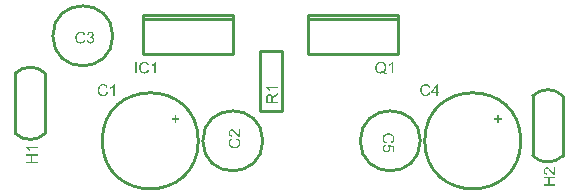
<source format=gto>
G04 Layer_Color=65535*
%FSLAX25Y25*%
%MOIN*%
G70*
G01*
G75*
%ADD16C,0.01000*%
G36*
X150809Y41351D02*
X151330D01*
Y40918D01*
X150809D01*
Y40000D01*
X150335D01*
Y40918D01*
X148668D01*
Y41351D01*
X150423Y43838D01*
X150809D01*
Y41351D01*
D02*
G37*
G36*
X31907Y61402D02*
X31954Y61396D01*
X32012Y61390D01*
X32077Y61384D01*
X32147Y61373D01*
X32299Y61338D01*
X32463Y61285D01*
X32545Y61250D01*
X32627Y61209D01*
X32703Y61162D01*
X32779Y61110D01*
X32785Y61104D01*
X32796Y61098D01*
X32814Y61080D01*
X32843Y61057D01*
X32872Y61027D01*
X32913Y60987D01*
X32954Y60946D01*
X32995Y60899D01*
X33042Y60840D01*
X33083Y60782D01*
X33130Y60712D01*
X33176Y60636D01*
X33217Y60560D01*
X33258Y60472D01*
X33329Y60285D01*
X32825Y60168D01*
Y60173D01*
X32820Y60185D01*
X32814Y60209D01*
X32802Y60238D01*
X32785Y60273D01*
X32767Y60314D01*
X32726Y60402D01*
X32673Y60501D01*
X32603Y60606D01*
X32527Y60700D01*
X32434Y60782D01*
X32422Y60788D01*
X32387Y60811D01*
X32334Y60840D01*
X32258Y60881D01*
X32170Y60916D01*
X32059Y60946D01*
X31936Y60969D01*
X31796Y60975D01*
X31755D01*
X31726Y60969D01*
X31685D01*
X31644Y60963D01*
X31539Y60946D01*
X31422Y60922D01*
X31299Y60881D01*
X31176Y60829D01*
X31059Y60759D01*
X31053D01*
X31047Y60747D01*
X31012Y60717D01*
X30959Y60671D01*
X30895Y60606D01*
X30831Y60524D01*
X30760Y60431D01*
X30696Y60314D01*
X30643Y60185D01*
Y60179D01*
X30638Y60168D01*
X30632Y60150D01*
X30626Y60121D01*
X30614Y60092D01*
X30608Y60051D01*
X30585Y59957D01*
X30562Y59846D01*
X30544Y59723D01*
X30532Y59588D01*
X30527Y59448D01*
Y59442D01*
Y59425D01*
Y59401D01*
Y59366D01*
X30532Y59325D01*
Y59273D01*
X30538Y59220D01*
X30544Y59161D01*
X30562Y59027D01*
X30585Y58881D01*
X30620Y58734D01*
X30667Y58594D01*
Y58588D01*
X30673Y58576D01*
X30684Y58559D01*
X30696Y58535D01*
X30725Y58465D01*
X30772Y58389D01*
X30836Y58296D01*
X30913Y58208D01*
X31000Y58120D01*
X31106Y58044D01*
X31111D01*
X31117Y58038D01*
X31135Y58026D01*
X31158Y58015D01*
X31223Y57991D01*
X31305Y57956D01*
X31398Y57927D01*
X31509Y57898D01*
X31632Y57874D01*
X31761Y57869D01*
X31802D01*
X31831Y57874D01*
X31866D01*
X31913Y57880D01*
X32012Y57898D01*
X32124Y57927D01*
X32246Y57974D01*
X32363Y58032D01*
X32480Y58114D01*
X32486Y58120D01*
X32492Y58126D01*
X32527Y58161D01*
X32580Y58220D01*
X32644Y58296D01*
X32709Y58401D01*
X32779Y58524D01*
X32837Y58676D01*
X32884Y58846D01*
X33393Y58717D01*
Y58711D01*
X33387Y58688D01*
X33375Y58658D01*
X33364Y58612D01*
X33340Y58565D01*
X33317Y58500D01*
X33294Y58436D01*
X33258Y58366D01*
X33182Y58208D01*
X33077Y58050D01*
X32960Y57898D01*
X32890Y57828D01*
X32814Y57763D01*
X32808Y57757D01*
X32796Y57752D01*
X32773Y57734D01*
X32738Y57711D01*
X32697Y57687D01*
X32650Y57658D01*
X32597Y57629D01*
X32533Y57600D01*
X32463Y57570D01*
X32387Y57541D01*
X32299Y57512D01*
X32211Y57488D01*
X32018Y57447D01*
X31913Y57442D01*
X31802Y57436D01*
X31743D01*
X31697Y57442D01*
X31644D01*
X31585Y57447D01*
X31515Y57459D01*
X31445Y57465D01*
X31281Y57500D01*
X31111Y57541D01*
X30948Y57605D01*
X30866Y57640D01*
X30790Y57687D01*
X30784Y57693D01*
X30772Y57699D01*
X30755Y57716D01*
X30725Y57734D01*
X30655Y57793D01*
X30573Y57874D01*
X30474Y57974D01*
X30380Y58103D01*
X30281Y58249D01*
X30199Y58418D01*
Y58424D01*
X30193Y58442D01*
X30181Y58465D01*
X30170Y58500D01*
X30152Y58547D01*
X30135Y58600D01*
X30117Y58658D01*
X30099Y58728D01*
X30082Y58799D01*
X30064Y58881D01*
X30029Y59056D01*
X30006Y59243D01*
X30000Y59448D01*
Y59454D01*
Y59477D01*
Y59507D01*
X30006Y59548D01*
Y59600D01*
X30012Y59664D01*
X30018Y59729D01*
X30029Y59805D01*
X30059Y59969D01*
X30094Y60144D01*
X30152Y60325D01*
X30228Y60495D01*
Y60501D01*
X30240Y60513D01*
X30252Y60536D01*
X30269Y60571D01*
X30292Y60606D01*
X30322Y60647D01*
X30398Y60747D01*
X30486Y60858D01*
X30597Y60969D01*
X30731Y61080D01*
X30878Y61174D01*
X30883D01*
X30895Y61185D01*
X30918Y61197D01*
X30954Y61209D01*
X30989Y61226D01*
X31035Y61250D01*
X31094Y61267D01*
X31152Y61291D01*
X31217Y61314D01*
X31287Y61332D01*
X31445Y61373D01*
X31620Y61396D01*
X31808Y61408D01*
X31866D01*
X31907Y61402D01*
D02*
G37*
G36*
X35142Y61355D02*
X35218Y61343D01*
X35306Y61326D01*
X35405Y61303D01*
X35505Y61267D01*
X35604Y61221D01*
X35610D01*
X35616Y61215D01*
X35651Y61197D01*
X35698Y61168D01*
X35756Y61127D01*
X35821Y61074D01*
X35891Y61010D01*
X35955Y60934D01*
X36014Y60852D01*
X36020Y60840D01*
X36037Y60811D01*
X36061Y60764D01*
X36084Y60706D01*
X36107Y60630D01*
X36131Y60548D01*
X36148Y60460D01*
X36154Y60361D01*
Y60349D01*
Y60320D01*
X36148Y60273D01*
X36137Y60214D01*
X36119Y60144D01*
X36096Y60068D01*
X36066Y59986D01*
X36020Y59910D01*
X36014Y59899D01*
X35996Y59875D01*
X35961Y59840D01*
X35920Y59793D01*
X35862Y59741D01*
X35797Y59688D01*
X35715Y59629D01*
X35622Y59583D01*
X35628D01*
X35639Y59577D01*
X35657D01*
X35680Y59565D01*
X35739Y59548D01*
X35815Y59512D01*
X35897Y59471D01*
X35985Y59413D01*
X36072Y59343D01*
X36148Y59255D01*
X36154Y59243D01*
X36178Y59208D01*
X36207Y59156D01*
X36248Y59085D01*
X36283Y58998D01*
X36312Y58892D01*
X36336Y58769D01*
X36341Y58635D01*
Y58629D01*
Y58612D01*
Y58588D01*
X36336Y58553D01*
X36330Y58506D01*
X36324Y58459D01*
X36312Y58401D01*
X36295Y58342D01*
X36254Y58208D01*
X36224Y58132D01*
X36183Y58062D01*
X36143Y57991D01*
X36096Y57921D01*
X36037Y57851D01*
X35973Y57781D01*
X35967Y57775D01*
X35955Y57763D01*
X35938Y57752D01*
X35908Y57728D01*
X35873Y57699D01*
X35827Y57670D01*
X35774Y57640D01*
X35721Y57611D01*
X35657Y57576D01*
X35587Y57547D01*
X35511Y57518D01*
X35429Y57488D01*
X35341Y57465D01*
X35247Y57453D01*
X35148Y57442D01*
X35049Y57436D01*
X35002D01*
X34967Y57442D01*
X34920Y57447D01*
X34873Y57453D01*
X34815Y57459D01*
X34756Y57471D01*
X34622Y57506D01*
X34481Y57564D01*
X34411Y57594D01*
X34347Y57635D01*
X34276Y57681D01*
X34212Y57734D01*
X34206Y57740D01*
X34200Y57746D01*
X34183Y57763D01*
X34159Y57787D01*
X34136Y57822D01*
X34107Y57857D01*
X34072Y57898D01*
X34042Y57945D01*
X33972Y58062D01*
X33914Y58196D01*
X33861Y58348D01*
X33843Y58430D01*
X33832Y58518D01*
X34306Y58582D01*
Y58576D01*
X34312Y58565D01*
Y58541D01*
X34323Y58518D01*
X34341Y58448D01*
X34370Y58360D01*
X34405Y58266D01*
X34452Y58167D01*
X34510Y58079D01*
X34575Y58003D01*
X34586Y57997D01*
X34610Y57974D01*
X34651Y57951D01*
X34709Y57915D01*
X34774Y57886D01*
X34855Y57857D01*
X34949Y57833D01*
X35049Y57828D01*
X35084D01*
X35107Y57833D01*
X35166Y57839D01*
X35242Y57857D01*
X35335Y57886D01*
X35429Y57921D01*
X35522Y57980D01*
X35610Y58056D01*
X35622Y58067D01*
X35645Y58097D01*
X35680Y58144D01*
X35727Y58214D01*
X35768Y58296D01*
X35803Y58395D01*
X35827Y58506D01*
X35838Y58629D01*
Y58635D01*
Y58641D01*
Y58658D01*
X35833Y58682D01*
X35827Y58740D01*
X35809Y58816D01*
X35786Y58898D01*
X35745Y58992D01*
X35692Y59079D01*
X35622Y59161D01*
X35610Y59173D01*
X35587Y59197D01*
X35540Y59226D01*
X35476Y59267D01*
X35399Y59308D01*
X35306Y59337D01*
X35206Y59360D01*
X35089Y59372D01*
X35037D01*
X34996Y59366D01*
X34949Y59360D01*
X34891Y59354D01*
X34826Y59343D01*
X34756Y59325D01*
X34809Y59741D01*
X34838D01*
X34861Y59735D01*
X34937D01*
X34990Y59741D01*
X35066Y59752D01*
X35148Y59770D01*
X35236Y59799D01*
X35329Y59834D01*
X35423Y59887D01*
X35435Y59893D01*
X35464Y59916D01*
X35499Y59957D01*
X35546Y60010D01*
X35593Y60074D01*
X35628Y60156D01*
X35657Y60255D01*
X35669Y60372D01*
Y60378D01*
Y60384D01*
Y60413D01*
X35657Y60460D01*
X35645Y60524D01*
X35628Y60589D01*
X35593Y60659D01*
X35552Y60735D01*
X35493Y60799D01*
X35487Y60805D01*
X35464Y60829D01*
X35423Y60858D01*
X35370Y60887D01*
X35306Y60922D01*
X35230Y60946D01*
X35142Y60969D01*
X35043Y60975D01*
X34996D01*
X34943Y60963D01*
X34885Y60952D01*
X34809Y60934D01*
X34733Y60899D01*
X34657Y60858D01*
X34580Y60799D01*
X34575Y60794D01*
X34551Y60770D01*
X34522Y60729D01*
X34487Y60671D01*
X34446Y60601D01*
X34411Y60513D01*
X34376Y60407D01*
X34352Y60285D01*
X33879Y60366D01*
Y60372D01*
X33884Y60390D01*
X33890Y60413D01*
X33896Y60443D01*
X33908Y60483D01*
X33920Y60530D01*
X33960Y60636D01*
X34007Y60753D01*
X34077Y60875D01*
X34159Y60992D01*
X34265Y61098D01*
X34271Y61104D01*
X34276Y61110D01*
X34294Y61121D01*
X34323Y61139D01*
X34352Y61156D01*
X34387Y61180D01*
X34475Y61232D01*
X34586Y61279D01*
X34721Y61320D01*
X34867Y61349D01*
X34949Y61361D01*
X35084D01*
X35142Y61355D01*
D02*
G37*
G36*
X134547Y27494D02*
X134600D01*
X134664Y27488D01*
X134729Y27483D01*
X134805Y27471D01*
X134969Y27441D01*
X135144Y27406D01*
X135326Y27348D01*
X135495Y27272D01*
X135501D01*
X135513Y27260D01*
X135536Y27248D01*
X135571Y27231D01*
X135606Y27207D01*
X135647Y27178D01*
X135747Y27102D01*
X135858Y27014D01*
X135969Y26903D01*
X136080Y26769D01*
X136174Y26623D01*
Y26617D01*
X136186Y26605D01*
X136197Y26581D01*
X136209Y26546D01*
X136226Y26511D01*
X136250Y26465D01*
X136267Y26406D01*
X136291Y26348D01*
X136314Y26283D01*
X136332Y26213D01*
X136373Y26055D01*
X136396Y25880D01*
X136408Y25692D01*
Y25686D01*
Y25669D01*
Y25634D01*
X136402Y25593D01*
X136396Y25546D01*
X136390Y25488D01*
X136384Y25423D01*
X136373Y25353D01*
X136338Y25201D01*
X136285Y25037D01*
X136250Y24955D01*
X136209Y24873D01*
X136162Y24797D01*
X136109Y24721D01*
X136104Y24715D01*
X136098Y24704D01*
X136080Y24686D01*
X136057Y24657D01*
X136028Y24628D01*
X135987Y24587D01*
X135946Y24546D01*
X135899Y24505D01*
X135840Y24458D01*
X135782Y24417D01*
X135712Y24370D01*
X135636Y24323D01*
X135559Y24283D01*
X135472Y24242D01*
X135285Y24171D01*
X135168Y24674D01*
X135173D01*
X135185Y24680D01*
X135208Y24686D01*
X135238Y24698D01*
X135273Y24715D01*
X135314Y24733D01*
X135402Y24774D01*
X135501Y24827D01*
X135606Y24897D01*
X135700Y24973D01*
X135782Y25066D01*
X135788Y25078D01*
X135811Y25113D01*
X135840Y25166D01*
X135881Y25242D01*
X135916Y25330D01*
X135946Y25441D01*
X135969Y25564D01*
X135975Y25704D01*
Y25710D01*
Y25722D01*
Y25745D01*
X135969Y25774D01*
Y25815D01*
X135963Y25856D01*
X135946Y25962D01*
X135922Y26078D01*
X135881Y26201D01*
X135829Y26324D01*
X135758Y26441D01*
Y26447D01*
X135747Y26453D01*
X135717Y26488D01*
X135671Y26541D01*
X135606Y26605D01*
X135524Y26669D01*
X135431Y26739D01*
X135314Y26804D01*
X135185Y26856D01*
X135179D01*
X135168Y26862D01*
X135150Y26868D01*
X135121Y26874D01*
X135092Y26886D01*
X135051Y26892D01*
X134957Y26915D01*
X134846Y26938D01*
X134723Y26956D01*
X134588Y26968D01*
X134448Y26974D01*
X134366D01*
X134325Y26968D01*
X134273D01*
X134220Y26962D01*
X134161Y26956D01*
X134027Y26938D01*
X133881Y26915D01*
X133734Y26880D01*
X133594Y26833D01*
X133588D01*
X133576Y26827D01*
X133559Y26816D01*
X133535Y26804D01*
X133465Y26775D01*
X133389Y26728D01*
X133296Y26664D01*
X133208Y26587D01*
X133120Y26500D01*
X133044Y26394D01*
Y26388D01*
X133038Y26383D01*
X133027Y26365D01*
X133015Y26342D01*
X132991Y26277D01*
X132956Y26195D01*
X132927Y26102D01*
X132898Y25991D01*
X132874Y25868D01*
X132869Y25739D01*
Y25733D01*
Y25722D01*
Y25698D01*
X132874Y25669D01*
Y25634D01*
X132880Y25587D01*
X132898Y25488D01*
X132927Y25376D01*
X132974Y25254D01*
X133032Y25137D01*
X133114Y25020D01*
X133120Y25014D01*
X133126Y25008D01*
X133161Y24973D01*
X133220Y24920D01*
X133296Y24856D01*
X133401Y24791D01*
X133524Y24721D01*
X133676Y24663D01*
X133845Y24616D01*
X133717Y24107D01*
X133711D01*
X133688Y24113D01*
X133658Y24125D01*
X133612Y24136D01*
X133565Y24160D01*
X133500Y24183D01*
X133436Y24206D01*
X133366Y24242D01*
X133208Y24318D01*
X133050Y24423D01*
X132898Y24540D01*
X132828Y24610D01*
X132763Y24686D01*
X132757Y24692D01*
X132752Y24704D01*
X132734Y24727D01*
X132711Y24762D01*
X132687Y24803D01*
X132658Y24850D01*
X132629Y24903D01*
X132599Y24967D01*
X132570Y25037D01*
X132541Y25113D01*
X132512Y25201D01*
X132488Y25289D01*
X132447Y25482D01*
X132441Y25587D01*
X132436Y25698D01*
Y25704D01*
Y25727D01*
Y25757D01*
X132441Y25804D01*
Y25856D01*
X132447Y25915D01*
X132459Y25985D01*
X132465Y26055D01*
X132500Y26219D01*
X132541Y26388D01*
X132605Y26552D01*
X132640Y26634D01*
X132687Y26710D01*
X132693Y26716D01*
X132699Y26728D01*
X132717Y26745D01*
X132734Y26775D01*
X132792Y26845D01*
X132874Y26927D01*
X132974Y27026D01*
X133103Y27120D01*
X133249Y27219D01*
X133419Y27301D01*
X133424D01*
X133442Y27307D01*
X133465Y27319D01*
X133500Y27330D01*
X133547Y27348D01*
X133600Y27365D01*
X133658Y27383D01*
X133729Y27400D01*
X133799Y27418D01*
X133881Y27436D01*
X134056Y27471D01*
X134243Y27494D01*
X134448Y27500D01*
X134506D01*
X134547Y27494D01*
D02*
G37*
G36*
X133541Y23177D02*
X133524D01*
X133506Y23171D01*
X133483Y23165D01*
X133419Y23148D01*
X133337Y23124D01*
X133249Y23095D01*
X133161Y23048D01*
X133073Y22996D01*
X132997Y22925D01*
X132991Y22914D01*
X132968Y22890D01*
X132945Y22849D01*
X132910Y22791D01*
X132880Y22721D01*
X132851Y22639D01*
X132828Y22545D01*
X132822Y22446D01*
Y22440D01*
Y22428D01*
Y22411D01*
X132828Y22387D01*
X132833Y22323D01*
X132851Y22241D01*
X132886Y22153D01*
X132927Y22054D01*
X132991Y21960D01*
X133027Y21913D01*
X133073Y21867D01*
X133079D01*
X133085Y21855D01*
X133120Y21831D01*
X133179Y21790D01*
X133255Y21749D01*
X133354Y21709D01*
X133471Y21667D01*
X133606Y21644D01*
X133758Y21632D01*
X133799D01*
X133822Y21638D01*
X133857D01*
X133898Y21644D01*
X133992Y21662D01*
X134091Y21685D01*
X134196Y21726D01*
X134302Y21784D01*
X134395Y21861D01*
X134407Y21872D01*
X134431Y21902D01*
X134471Y21948D01*
X134512Y22018D01*
X134553Y22100D01*
X134594Y22206D01*
X134618Y22323D01*
X134629Y22451D01*
Y22463D01*
Y22492D01*
X134624Y22533D01*
X134618Y22592D01*
X134600Y22656D01*
X134583Y22726D01*
X134553Y22797D01*
X134518Y22867D01*
X134512Y22873D01*
X134501Y22896D01*
X134477Y22931D01*
X134448Y22972D01*
X134407Y23013D01*
X134360Y23060D01*
X134308Y23107D01*
X134249Y23148D01*
X134313Y23592D01*
X136285Y23218D01*
Y21311D01*
X135835D01*
Y22843D01*
X134799Y23054D01*
X134805Y23048D01*
X134811Y23036D01*
X134822Y23019D01*
X134840Y22996D01*
X134857Y22960D01*
X134875Y22925D01*
X134922Y22832D01*
X134969Y22726D01*
X135004Y22604D01*
X135033Y22469D01*
X135045Y22329D01*
Y22323D01*
Y22305D01*
Y22282D01*
X135039Y22247D01*
X135033Y22200D01*
X135027Y22153D01*
X135015Y22095D01*
X135004Y22036D01*
X134957Y21902D01*
X134934Y21831D01*
X134898Y21761D01*
X134857Y21685D01*
X134811Y21615D01*
X134758Y21545D01*
X134694Y21480D01*
X134688Y21475D01*
X134676Y21463D01*
X134659Y21445D01*
X134629Y21428D01*
X134594Y21398D01*
X134553Y21369D01*
X134506Y21340D01*
X134454Y21305D01*
X134390Y21270D01*
X134325Y21240D01*
X134249Y21211D01*
X134173Y21182D01*
X134085Y21164D01*
X133998Y21147D01*
X133898Y21135D01*
X133799Y21129D01*
X133746D01*
X133711Y21135D01*
X133664Y21141D01*
X133612Y21147D01*
X133553Y21153D01*
X133489Y21164D01*
X133348Y21205D01*
X133202Y21258D01*
X133120Y21293D01*
X133044Y21334D01*
X132968Y21381D01*
X132898Y21433D01*
X132892Y21439D01*
X132880Y21451D01*
X132857Y21475D01*
X132828Y21504D01*
X132792Y21539D01*
X132752Y21586D01*
X132711Y21638D01*
X132670Y21703D01*
X132623Y21767D01*
X132582Y21843D01*
X132541Y21931D01*
X132506Y22018D01*
X132477Y22118D01*
X132453Y22217D01*
X132441Y22329D01*
X132436Y22446D01*
Y22451D01*
Y22469D01*
Y22498D01*
X132441Y22533D01*
X132447Y22574D01*
X132453Y22627D01*
X132459Y22685D01*
X132471Y22750D01*
X132506Y22884D01*
X132559Y23025D01*
X132594Y23095D01*
X132634Y23165D01*
X132676Y23235D01*
X132728Y23300D01*
X132734Y23305D01*
X132740Y23311D01*
X132757Y23329D01*
X132781Y23352D01*
X132810Y23376D01*
X132845Y23405D01*
X132886Y23434D01*
X132933Y23469D01*
X133044Y23534D01*
X133179Y23598D01*
X133331Y23645D01*
X133419Y23662D01*
X133506Y23674D01*
X133541Y23177D01*
D02*
G37*
G36*
X146907Y43902D02*
X146954Y43896D01*
X147012Y43890D01*
X147077Y43884D01*
X147147Y43873D01*
X147299Y43838D01*
X147463Y43785D01*
X147545Y43750D01*
X147627Y43709D01*
X147703Y43662D01*
X147779Y43609D01*
X147785Y43604D01*
X147796Y43598D01*
X147814Y43580D01*
X147843Y43557D01*
X147872Y43528D01*
X147913Y43487D01*
X147954Y43446D01*
X147995Y43399D01*
X148042Y43340D01*
X148083Y43282D01*
X148130Y43212D01*
X148177Y43136D01*
X148217Y43060D01*
X148258Y42972D01*
X148329Y42785D01*
X147826Y42668D01*
Y42674D01*
X147820Y42685D01*
X147814Y42709D01*
X147802Y42738D01*
X147785Y42773D01*
X147767Y42814D01*
X147726Y42902D01*
X147673Y43001D01*
X147603Y43106D01*
X147527Y43200D01*
X147434Y43282D01*
X147422Y43288D01*
X147387Y43311D01*
X147334Y43340D01*
X147258Y43381D01*
X147170Y43416D01*
X147059Y43446D01*
X146936Y43469D01*
X146796Y43475D01*
X146755D01*
X146726Y43469D01*
X146685D01*
X146644Y43463D01*
X146539Y43446D01*
X146422Y43422D01*
X146299Y43381D01*
X146176Y43329D01*
X146059Y43258D01*
X146053D01*
X146047Y43247D01*
X146012Y43218D01*
X145959Y43171D01*
X145895Y43106D01*
X145831Y43025D01*
X145761Y42931D01*
X145696Y42814D01*
X145643Y42685D01*
Y42679D01*
X145638Y42668D01*
X145632Y42650D01*
X145626Y42621D01*
X145614Y42592D01*
X145608Y42551D01*
X145585Y42457D01*
X145562Y42346D01*
X145544Y42223D01*
X145532Y42088D01*
X145527Y41948D01*
Y41942D01*
Y41925D01*
Y41901D01*
Y41866D01*
X145532Y41825D01*
Y41773D01*
X145538Y41720D01*
X145544Y41661D01*
X145562Y41527D01*
X145585Y41381D01*
X145620Y41234D01*
X145667Y41094D01*
Y41088D01*
X145673Y41076D01*
X145684Y41059D01*
X145696Y41035D01*
X145725Y40965D01*
X145772Y40889D01*
X145837Y40796D01*
X145913Y40708D01*
X146000Y40620D01*
X146106Y40544D01*
X146112D01*
X146117Y40538D01*
X146135Y40527D01*
X146158Y40515D01*
X146223Y40491D01*
X146305Y40456D01*
X146398Y40427D01*
X146509Y40398D01*
X146632Y40374D01*
X146761Y40369D01*
X146802D01*
X146831Y40374D01*
X146866D01*
X146913Y40380D01*
X147012Y40398D01*
X147124Y40427D01*
X147246Y40474D01*
X147363Y40532D01*
X147480Y40614D01*
X147486Y40620D01*
X147492Y40626D01*
X147527Y40661D01*
X147580Y40720D01*
X147644Y40796D01*
X147708Y40901D01*
X147779Y41024D01*
X147837Y41176D01*
X147884Y41346D01*
X148393Y41217D01*
Y41211D01*
X148387Y41188D01*
X148375Y41158D01*
X148364Y41111D01*
X148340Y41065D01*
X148317Y41000D01*
X148294Y40936D01*
X148258Y40866D01*
X148182Y40708D01*
X148077Y40550D01*
X147960Y40398D01*
X147890Y40328D01*
X147814Y40263D01*
X147808Y40257D01*
X147796Y40251D01*
X147773Y40234D01*
X147738Y40211D01*
X147697Y40187D01*
X147650Y40158D01*
X147597Y40129D01*
X147533Y40099D01*
X147463Y40070D01*
X147387Y40041D01*
X147299Y40012D01*
X147211Y39988D01*
X147018Y39947D01*
X146913Y39941D01*
X146802Y39936D01*
X146743D01*
X146696Y39941D01*
X146644D01*
X146585Y39947D01*
X146515Y39959D01*
X146445Y39965D01*
X146281Y40000D01*
X146112Y40041D01*
X145948Y40105D01*
X145866Y40140D01*
X145790Y40187D01*
X145784Y40193D01*
X145772Y40199D01*
X145755Y40216D01*
X145725Y40234D01*
X145655Y40293D01*
X145573Y40374D01*
X145474Y40474D01*
X145380Y40603D01*
X145281Y40749D01*
X145199Y40918D01*
Y40924D01*
X145193Y40942D01*
X145181Y40965D01*
X145170Y41000D01*
X145152Y41047D01*
X145134Y41100D01*
X145117Y41158D01*
X145099Y41229D01*
X145082Y41299D01*
X145064Y41381D01*
X145029Y41556D01*
X145006Y41743D01*
X145000Y41948D01*
Y41954D01*
Y41977D01*
Y42006D01*
X145006Y42048D01*
Y42100D01*
X145012Y42164D01*
X145018Y42229D01*
X145029Y42305D01*
X145059Y42469D01*
X145094Y42644D01*
X145152Y42825D01*
X145228Y42995D01*
Y43001D01*
X145240Y43013D01*
X145252Y43036D01*
X145269Y43071D01*
X145292Y43106D01*
X145322Y43147D01*
X145398Y43247D01*
X145485Y43358D01*
X145597Y43469D01*
X145731Y43580D01*
X145878Y43674D01*
X145883D01*
X145895Y43685D01*
X145919Y43697D01*
X145954Y43709D01*
X145989Y43726D01*
X146035Y43750D01*
X146094Y43767D01*
X146152Y43791D01*
X146217Y43814D01*
X146287Y43832D01*
X146445Y43873D01*
X146621Y43896D01*
X146808Y43908D01*
X146866D01*
X146907Y43902D01*
D02*
G37*
G36*
X43104Y40000D02*
X42630D01*
Y43007D01*
X42625Y43001D01*
X42601Y42978D01*
X42560Y42948D01*
X42508Y42908D01*
X42443Y42855D01*
X42367Y42802D01*
X42279Y42738D01*
X42180Y42679D01*
X42174D01*
X42168Y42674D01*
X42133Y42650D01*
X42081Y42621D01*
X42016Y42586D01*
X41940Y42545D01*
X41858Y42510D01*
X41770Y42469D01*
X41689Y42434D01*
Y42896D01*
X41695D01*
X41706Y42902D01*
X41730Y42913D01*
X41753Y42931D01*
X41788Y42948D01*
X41829Y42966D01*
X41923Y43019D01*
X42028Y43083D01*
X42145Y43159D01*
X42262Y43247D01*
X42373Y43340D01*
X42379Y43346D01*
X42385Y43352D01*
X42420Y43387D01*
X42472Y43440D01*
X42537Y43504D01*
X42607Y43586D01*
X42677Y43674D01*
X42742Y43767D01*
X42794Y43861D01*
X43104D01*
Y40000D01*
D02*
G37*
G36*
X171112Y32453D02*
X172159D01*
Y32008D01*
X171112D01*
Y30961D01*
X170673D01*
Y32008D01*
X169620D01*
Y32453D01*
X170673D01*
Y33500D01*
X171112D01*
Y32453D01*
D02*
G37*
G36*
X63612D02*
X64659D01*
Y32008D01*
X63612D01*
Y30961D01*
X63173D01*
Y32008D01*
X62120D01*
Y32453D01*
X63173D01*
Y33500D01*
X63612D01*
Y32453D01*
D02*
G37*
G36*
X85000Y26261D02*
X84936D01*
X84895Y26267D01*
X84848Y26273D01*
X84795Y26279D01*
X84737Y26297D01*
X84678Y26314D01*
X84672D01*
X84667Y26320D01*
X84631Y26332D01*
X84585Y26355D01*
X84514Y26390D01*
X84438Y26431D01*
X84351Y26490D01*
X84263Y26548D01*
X84169Y26624D01*
X84163D01*
X84158Y26636D01*
X84123Y26665D01*
X84070Y26712D01*
X84000Y26782D01*
X83918Y26870D01*
X83818Y26975D01*
X83707Y27104D01*
X83584Y27244D01*
X83578Y27250D01*
X83561Y27274D01*
X83538Y27303D01*
X83497Y27344D01*
X83456Y27396D01*
X83403Y27455D01*
X83292Y27584D01*
X83157Y27724D01*
X83023Y27864D01*
X82958Y27935D01*
X82894Y27993D01*
X82830Y28046D01*
X82771Y28093D01*
X82765D01*
X82759Y28104D01*
X82742Y28116D01*
X82718Y28128D01*
X82660Y28163D01*
X82584Y28204D01*
X82496Y28245D01*
X82403Y28280D01*
X82297Y28303D01*
X82198Y28315D01*
X82186D01*
X82151Y28309D01*
X82098Y28303D01*
X82034Y28291D01*
X81958Y28262D01*
X81882Y28227D01*
X81800Y28180D01*
X81724Y28110D01*
X81718Y28098D01*
X81695Y28075D01*
X81665Y28028D01*
X81625Y27970D01*
X81589Y27894D01*
X81560Y27806D01*
X81537Y27701D01*
X81531Y27584D01*
Y27578D01*
Y27566D01*
Y27549D01*
X81537Y27525D01*
X81543Y27467D01*
X81554Y27391D01*
X81584Y27303D01*
X81619Y27209D01*
X81671Y27121D01*
X81741Y27040D01*
X81753Y27034D01*
X81777Y27010D01*
X81823Y26975D01*
X81888Y26940D01*
X81970Y26899D01*
X82063Y26870D01*
X82174Y26847D01*
X82303Y26835D01*
X82250Y26349D01*
X82227D01*
X82198Y26355D01*
X82163Y26361D01*
X82116Y26373D01*
X82063Y26379D01*
X81946Y26414D01*
X81812Y26460D01*
X81677Y26525D01*
X81543Y26612D01*
X81484Y26659D01*
X81426Y26718D01*
X81420Y26724D01*
X81414Y26735D01*
X81396Y26753D01*
X81379Y26776D01*
X81361Y26812D01*
X81332Y26852D01*
X81309Y26899D01*
X81279Y26952D01*
X81256Y27010D01*
X81227Y27075D01*
X81203Y27151D01*
X81186Y27227D01*
X81151Y27402D01*
X81145Y27496D01*
X81139Y27595D01*
Y27601D01*
Y27619D01*
Y27648D01*
X81145Y27689D01*
X81151Y27736D01*
X81157Y27788D01*
X81162Y27847D01*
X81180Y27911D01*
X81215Y28052D01*
X81268Y28198D01*
X81303Y28274D01*
X81344Y28344D01*
X81396Y28409D01*
X81449Y28473D01*
X81455Y28479D01*
X81461Y28485D01*
X81478Y28502D01*
X81502Y28526D01*
X81537Y28549D01*
X81572Y28578D01*
X81660Y28637D01*
X81771Y28695D01*
X81899Y28748D01*
X82046Y28789D01*
X82128Y28795D01*
X82210Y28800D01*
X82250D01*
X82297Y28795D01*
X82356Y28789D01*
X82426Y28777D01*
X82502Y28760D01*
X82584Y28736D01*
X82666Y28701D01*
X82678Y28695D01*
X82707Y28683D01*
X82748Y28660D01*
X82806Y28625D01*
X82876Y28584D01*
X82958Y28531D01*
X83040Y28461D01*
X83134Y28385D01*
X83146Y28373D01*
X83181Y28344D01*
X83233Y28291D01*
X83268Y28256D01*
X83309Y28215D01*
X83356Y28169D01*
X83409Y28110D01*
X83461Y28052D01*
X83526Y27987D01*
X83590Y27917D01*
X83660Y27835D01*
X83731Y27753D01*
X83812Y27660D01*
X83818Y27654D01*
X83830Y27642D01*
X83848Y27619D01*
X83871Y27589D01*
X83929Y27519D01*
X84005Y27431D01*
X84087Y27344D01*
X84169Y27250D01*
X84240Y27174D01*
X84269Y27145D01*
X84298Y27116D01*
X84304Y27110D01*
X84321Y27098D01*
X84345Y27075D01*
X84380Y27045D01*
X84456Y26981D01*
X84549Y26917D01*
Y28806D01*
X85000D01*
Y26261D01*
D02*
G37*
G36*
X83812Y25887D02*
X83842Y25875D01*
X83889Y25864D01*
X83935Y25840D01*
X84000Y25817D01*
X84064Y25793D01*
X84134Y25758D01*
X84292Y25682D01*
X84450Y25577D01*
X84602Y25460D01*
X84672Y25390D01*
X84737Y25314D01*
X84743Y25308D01*
X84749Y25296D01*
X84766Y25273D01*
X84789Y25238D01*
X84813Y25197D01*
X84842Y25150D01*
X84871Y25097D01*
X84900Y25033D01*
X84930Y24963D01*
X84959Y24887D01*
X84988Y24799D01*
X85012Y24711D01*
X85053Y24518D01*
X85058Y24413D01*
X85064Y24302D01*
Y24296D01*
Y24273D01*
Y24243D01*
X85058Y24196D01*
Y24144D01*
X85053Y24085D01*
X85041Y24015D01*
X85035Y23945D01*
X85000Y23781D01*
X84959Y23611D01*
X84895Y23448D01*
X84860Y23366D01*
X84813Y23290D01*
X84807Y23284D01*
X84801Y23272D01*
X84784Y23255D01*
X84766Y23225D01*
X84707Y23155D01*
X84626Y23073D01*
X84526Y22974D01*
X84398Y22880D01*
X84251Y22781D01*
X84082Y22699D01*
X84076D01*
X84058Y22693D01*
X84035Y22681D01*
X84000Y22670D01*
X83953Y22652D01*
X83900Y22635D01*
X83842Y22617D01*
X83772Y22599D01*
X83701Y22582D01*
X83619Y22564D01*
X83444Y22529D01*
X83257Y22506D01*
X83052Y22500D01*
X82993D01*
X82952Y22506D01*
X82900D01*
X82836Y22512D01*
X82771Y22517D01*
X82695Y22529D01*
X82531Y22558D01*
X82356Y22594D01*
X82174Y22652D01*
X82005Y22728D01*
X81999D01*
X81987Y22740D01*
X81964Y22752D01*
X81929Y22769D01*
X81894Y22793D01*
X81853Y22822D01*
X81753Y22898D01*
X81642Y22986D01*
X81531Y23097D01*
X81420Y23231D01*
X81326Y23378D01*
Y23383D01*
X81314Y23395D01*
X81303Y23418D01*
X81291Y23454D01*
X81274Y23489D01*
X81250Y23536D01*
X81233Y23594D01*
X81209Y23652D01*
X81186Y23717D01*
X81168Y23787D01*
X81127Y23945D01*
X81104Y24120D01*
X81092Y24308D01*
Y24314D01*
Y24331D01*
Y24366D01*
X81098Y24407D01*
X81104Y24454D01*
X81110Y24512D01*
X81116Y24577D01*
X81127Y24647D01*
X81162Y24799D01*
X81215Y24963D01*
X81250Y25045D01*
X81291Y25127D01*
X81338Y25203D01*
X81391Y25279D01*
X81396Y25285D01*
X81402Y25296D01*
X81420Y25314D01*
X81443Y25343D01*
X81472Y25372D01*
X81513Y25413D01*
X81554Y25454D01*
X81601Y25495D01*
X81660Y25542D01*
X81718Y25583D01*
X81788Y25630D01*
X81864Y25677D01*
X81940Y25717D01*
X82028Y25758D01*
X82215Y25829D01*
X82332Y25326D01*
X82327D01*
X82315Y25320D01*
X82291Y25314D01*
X82262Y25302D01*
X82227Y25285D01*
X82186Y25267D01*
X82098Y25226D01*
X81999Y25173D01*
X81894Y25103D01*
X81800Y25027D01*
X81718Y24934D01*
X81712Y24922D01*
X81689Y24887D01*
X81660Y24834D01*
X81619Y24758D01*
X81584Y24670D01*
X81554Y24559D01*
X81531Y24436D01*
X81525Y24296D01*
Y24290D01*
Y24278D01*
Y24255D01*
X81531Y24226D01*
Y24185D01*
X81537Y24144D01*
X81554Y24039D01*
X81578Y23922D01*
X81619Y23799D01*
X81671Y23676D01*
X81741Y23559D01*
Y23553D01*
X81753Y23547D01*
X81783Y23512D01*
X81829Y23459D01*
X81894Y23395D01*
X81976Y23331D01*
X82069Y23260D01*
X82186Y23196D01*
X82315Y23144D01*
X82321D01*
X82332Y23138D01*
X82350Y23132D01*
X82379Y23126D01*
X82408Y23114D01*
X82449Y23108D01*
X82543Y23085D01*
X82654Y23062D01*
X82777Y23044D01*
X82911Y23032D01*
X83052Y23027D01*
X83134D01*
X83175Y23032D01*
X83227D01*
X83280Y23038D01*
X83339Y23044D01*
X83473Y23062D01*
X83619Y23085D01*
X83766Y23120D01*
X83906Y23167D01*
X83912D01*
X83924Y23173D01*
X83941Y23185D01*
X83965Y23196D01*
X84035Y23225D01*
X84111Y23272D01*
X84204Y23336D01*
X84292Y23413D01*
X84380Y23500D01*
X84456Y23606D01*
Y23611D01*
X84462Y23617D01*
X84474Y23635D01*
X84485Y23658D01*
X84509Y23723D01*
X84544Y23805D01*
X84573Y23898D01*
X84602Y24009D01*
X84626Y24132D01*
X84631Y24261D01*
Y24267D01*
Y24278D01*
Y24302D01*
X84626Y24331D01*
Y24366D01*
X84620Y24413D01*
X84602Y24512D01*
X84573Y24624D01*
X84526Y24746D01*
X84468Y24863D01*
X84386Y24980D01*
X84380Y24986D01*
X84374Y24992D01*
X84339Y25027D01*
X84280Y25080D01*
X84204Y25144D01*
X84099Y25209D01*
X83976Y25279D01*
X83824Y25337D01*
X83654Y25384D01*
X83783Y25893D01*
X83789D01*
X83812Y25887D01*
D02*
G37*
G36*
X39407Y43902D02*
X39454Y43896D01*
X39512Y43890D01*
X39577Y43884D01*
X39647Y43873D01*
X39799Y43838D01*
X39963Y43785D01*
X40045Y43750D01*
X40127Y43709D01*
X40203Y43662D01*
X40279Y43609D01*
X40285Y43604D01*
X40296Y43598D01*
X40314Y43580D01*
X40343Y43557D01*
X40372Y43528D01*
X40413Y43487D01*
X40454Y43446D01*
X40495Y43399D01*
X40542Y43340D01*
X40583Y43282D01*
X40630Y43212D01*
X40677Y43136D01*
X40718Y43060D01*
X40758Y42972D01*
X40829Y42785D01*
X40325Y42668D01*
Y42674D01*
X40320Y42685D01*
X40314Y42709D01*
X40302Y42738D01*
X40285Y42773D01*
X40267Y42814D01*
X40226Y42902D01*
X40174Y43001D01*
X40103Y43106D01*
X40027Y43200D01*
X39934Y43282D01*
X39922Y43288D01*
X39887Y43311D01*
X39834Y43340D01*
X39758Y43381D01*
X39670Y43416D01*
X39559Y43446D01*
X39436Y43469D01*
X39296Y43475D01*
X39255D01*
X39226Y43469D01*
X39185D01*
X39144Y43463D01*
X39039Y43446D01*
X38922Y43422D01*
X38799Y43381D01*
X38676Y43329D01*
X38559Y43258D01*
X38553D01*
X38547Y43247D01*
X38512Y43218D01*
X38459Y43171D01*
X38395Y43106D01*
X38331Y43025D01*
X38260Y42931D01*
X38196Y42814D01*
X38144Y42685D01*
Y42679D01*
X38138Y42668D01*
X38132Y42650D01*
X38126Y42621D01*
X38114Y42592D01*
X38108Y42551D01*
X38085Y42457D01*
X38062Y42346D01*
X38044Y42223D01*
X38032Y42088D01*
X38026Y41948D01*
Y41942D01*
Y41925D01*
Y41901D01*
Y41866D01*
X38032Y41825D01*
Y41773D01*
X38038Y41720D01*
X38044Y41661D01*
X38062Y41527D01*
X38085Y41381D01*
X38120Y41234D01*
X38167Y41094D01*
Y41088D01*
X38173Y41076D01*
X38184Y41059D01*
X38196Y41035D01*
X38225Y40965D01*
X38272Y40889D01*
X38337Y40796D01*
X38413Y40708D01*
X38500Y40620D01*
X38606Y40544D01*
X38612D01*
X38617Y40538D01*
X38635Y40527D01*
X38658Y40515D01*
X38723Y40491D01*
X38805Y40456D01*
X38898Y40427D01*
X39009Y40398D01*
X39132Y40374D01*
X39261Y40369D01*
X39302D01*
X39331Y40374D01*
X39366D01*
X39413Y40380D01*
X39512Y40398D01*
X39624Y40427D01*
X39746Y40474D01*
X39863Y40532D01*
X39980Y40614D01*
X39986Y40620D01*
X39992Y40626D01*
X40027Y40661D01*
X40080Y40720D01*
X40144Y40796D01*
X40209Y40901D01*
X40279Y41024D01*
X40337Y41176D01*
X40384Y41346D01*
X40893Y41217D01*
Y41211D01*
X40887Y41188D01*
X40876Y41158D01*
X40864Y41111D01*
X40840Y41065D01*
X40817Y41000D01*
X40793Y40936D01*
X40758Y40866D01*
X40682Y40708D01*
X40577Y40550D01*
X40460Y40398D01*
X40390Y40328D01*
X40314Y40263D01*
X40308Y40257D01*
X40296Y40251D01*
X40273Y40234D01*
X40238Y40211D01*
X40197Y40187D01*
X40150Y40158D01*
X40097Y40129D01*
X40033Y40099D01*
X39963Y40070D01*
X39887Y40041D01*
X39799Y40012D01*
X39711Y39988D01*
X39518Y39947D01*
X39413Y39941D01*
X39302Y39936D01*
X39243D01*
X39197Y39941D01*
X39144D01*
X39085Y39947D01*
X39015Y39959D01*
X38945Y39965D01*
X38781Y40000D01*
X38612Y40041D01*
X38448Y40105D01*
X38366Y40140D01*
X38290Y40187D01*
X38284Y40193D01*
X38272Y40199D01*
X38255Y40216D01*
X38225Y40234D01*
X38155Y40293D01*
X38073Y40374D01*
X37974Y40474D01*
X37880Y40603D01*
X37781Y40749D01*
X37699Y40918D01*
Y40924D01*
X37693Y40942D01*
X37681Y40965D01*
X37670Y41000D01*
X37652Y41047D01*
X37635Y41100D01*
X37617Y41158D01*
X37600Y41229D01*
X37582Y41299D01*
X37564Y41381D01*
X37529Y41556D01*
X37506Y41743D01*
X37500Y41948D01*
Y41954D01*
Y41977D01*
Y42006D01*
X37506Y42048D01*
Y42100D01*
X37512Y42164D01*
X37517Y42229D01*
X37529Y42305D01*
X37558Y42469D01*
X37594Y42644D01*
X37652Y42825D01*
X37728Y42995D01*
Y43001D01*
X37740Y43013D01*
X37751Y43036D01*
X37769Y43071D01*
X37793Y43106D01*
X37822Y43147D01*
X37898Y43247D01*
X37986Y43358D01*
X38097Y43469D01*
X38231Y43580D01*
X38377Y43674D01*
X38383D01*
X38395Y43685D01*
X38418Y43697D01*
X38454Y43709D01*
X38489Y43726D01*
X38535Y43750D01*
X38594Y43767D01*
X38652Y43791D01*
X38717Y43814D01*
X38787Y43832D01*
X38945Y43873D01*
X39120Y43896D01*
X39308Y43908D01*
X39366D01*
X39407Y43902D01*
D02*
G37*
G36*
X17500Y19998D02*
X15687D01*
Y18009D01*
X17500D01*
Y17500D01*
X13656D01*
Y18009D01*
X15236D01*
Y19998D01*
X13656D01*
Y20507D01*
X17500D01*
Y19998D01*
D02*
G37*
G36*
X131919Y51402D02*
X131966D01*
X132024Y51396D01*
X132083Y51384D01*
X132153Y51379D01*
X132299Y51343D01*
X132463Y51297D01*
X132627Y51238D01*
X132709Y51197D01*
X132791Y51150D01*
X132796D01*
X132808Y51139D01*
X132831Y51127D01*
X132861Y51104D01*
X132896Y51080D01*
X132937Y51045D01*
X133030Y50969D01*
X133136Y50870D01*
X133247Y50747D01*
X133346Y50606D01*
X133440Y50442D01*
Y50437D01*
X133451Y50425D01*
X133463Y50396D01*
X133475Y50361D01*
X133493Y50320D01*
X133510Y50273D01*
X133533Y50214D01*
X133557Y50144D01*
X133574Y50074D01*
X133598Y49992D01*
X133633Y49822D01*
X133656Y49629D01*
X133668Y49419D01*
Y49413D01*
Y49395D01*
Y49372D01*
Y49337D01*
X133662Y49296D01*
Y49249D01*
X133656Y49196D01*
X133650Y49132D01*
X133633Y49003D01*
X133604Y48857D01*
X133569Y48711D01*
X133522Y48565D01*
Y48559D01*
X133516Y48547D01*
X133504Y48530D01*
X133493Y48500D01*
X133481Y48471D01*
X133457Y48430D01*
X133411Y48342D01*
X133352Y48243D01*
X133276Y48132D01*
X133188Y48021D01*
X133083Y47910D01*
X133089D01*
X133100Y47898D01*
X133118Y47886D01*
X133142Y47868D01*
X133177Y47851D01*
X133212Y47828D01*
X133299Y47775D01*
X133399Y47716D01*
X133510Y47658D01*
X133627Y47600D01*
X133744Y47553D01*
X133586Y47207D01*
X133580D01*
X133569Y47213D01*
X133545Y47225D01*
X133516Y47237D01*
X133481Y47249D01*
X133434Y47272D01*
X133387Y47295D01*
X133329Y47319D01*
X133206Y47383D01*
X133065Y47465D01*
X132913Y47559D01*
X132761Y47670D01*
X132755D01*
X132744Y47658D01*
X132720Y47646D01*
X132685Y47635D01*
X132644Y47617D01*
X132597Y47594D01*
X132545Y47576D01*
X132486Y47553D01*
X132416Y47529D01*
X132346Y47512D01*
X132182Y47471D01*
X132007Y47447D01*
X131819Y47436D01*
X131767D01*
X131732Y47442D01*
X131685D01*
X131632Y47447D01*
X131574Y47459D01*
X131509Y47465D01*
X131363Y47494D01*
X131205Y47541D01*
X131041Y47600D01*
X130877Y47681D01*
X130872Y47687D01*
X130860Y47693D01*
X130837Y47711D01*
X130807Y47728D01*
X130772Y47752D01*
X130731Y47787D01*
X130638Y47863D01*
X130532Y47962D01*
X130427Y48085D01*
X130322Y48225D01*
X130228Y48389D01*
Y48395D01*
X130217Y48413D01*
X130205Y48436D01*
X130193Y48471D01*
X130175Y48512D01*
X130158Y48565D01*
X130134Y48623D01*
X130117Y48687D01*
X130094Y48764D01*
X130070Y48840D01*
X130035Y49015D01*
X130012Y49208D01*
X130000Y49419D01*
Y49425D01*
Y49442D01*
Y49477D01*
X130006Y49512D01*
Y49565D01*
X130012Y49624D01*
X130018Y49688D01*
X130029Y49758D01*
X130059Y49922D01*
X130094Y50092D01*
X130152Y50273D01*
X130228Y50448D01*
Y50454D01*
X130240Y50472D01*
X130252Y50495D01*
X130269Y50524D01*
X130292Y50565D01*
X130322Y50612D01*
X130398Y50712D01*
X130491Y50829D01*
X130603Y50946D01*
X130731Y51063D01*
X130883Y51162D01*
X130889Y51168D01*
X130901Y51174D01*
X130924Y51186D01*
X130959Y51203D01*
X131000Y51221D01*
X131047Y51238D01*
X131100Y51262D01*
X131164Y51285D01*
X131228Y51308D01*
X131305Y51332D01*
X131463Y51367D01*
X131644Y51396D01*
X131831Y51408D01*
X131884D01*
X131919Y51402D01*
D02*
G37*
G36*
X53165D02*
X53212Y51396D01*
X53270Y51390D01*
X53334Y51384D01*
X53405Y51373D01*
X53557Y51338D01*
X53721Y51285D01*
X53803Y51250D01*
X53884Y51209D01*
X53961Y51162D01*
X54036Y51109D01*
X54042Y51104D01*
X54054Y51098D01*
X54072Y51080D01*
X54101Y51057D01*
X54130Y51028D01*
X54171Y50987D01*
X54212Y50946D01*
X54253Y50899D01*
X54300Y50840D01*
X54341Y50782D01*
X54387Y50712D01*
X54434Y50636D01*
X54475Y50560D01*
X54516Y50472D01*
X54586Y50285D01*
X54083Y50168D01*
Y50173D01*
X54077Y50185D01*
X54072Y50209D01*
X54060Y50238D01*
X54042Y50273D01*
X54025Y50314D01*
X53984Y50402D01*
X53931Y50501D01*
X53861Y50606D01*
X53785Y50700D01*
X53691Y50782D01*
X53680Y50788D01*
X53645Y50811D01*
X53592Y50840D01*
X53516Y50881D01*
X53428Y50916D01*
X53317Y50946D01*
X53194Y50969D01*
X53054Y50975D01*
X53013D01*
X52983Y50969D01*
X52943D01*
X52902Y50963D01*
X52796Y50946D01*
X52679Y50922D01*
X52556Y50881D01*
X52434Y50829D01*
X52317Y50758D01*
X52311D01*
X52305Y50747D01*
X52270Y50718D01*
X52217Y50671D01*
X52153Y50606D01*
X52088Y50524D01*
X52018Y50431D01*
X51954Y50314D01*
X51901Y50185D01*
Y50179D01*
X51895Y50168D01*
X51889Y50150D01*
X51884Y50121D01*
X51872Y50092D01*
X51866Y50051D01*
X51843Y49957D01*
X51819Y49846D01*
X51802Y49723D01*
X51790Y49589D01*
X51784Y49448D01*
Y49442D01*
Y49425D01*
Y49401D01*
Y49366D01*
X51790Y49325D01*
Y49273D01*
X51796Y49220D01*
X51802Y49161D01*
X51819Y49027D01*
X51843Y48881D01*
X51878Y48734D01*
X51925Y48594D01*
Y48588D01*
X51930Y48576D01*
X51942Y48559D01*
X51954Y48535D01*
X51983Y48465D01*
X52030Y48389D01*
X52094Y48296D01*
X52170Y48208D01*
X52258Y48120D01*
X52363Y48044D01*
X52369D01*
X52375Y48038D01*
X52393Y48026D01*
X52416Y48015D01*
X52480Y47991D01*
X52562Y47956D01*
X52656Y47927D01*
X52767Y47898D01*
X52890Y47874D01*
X53019Y47868D01*
X53060D01*
X53089Y47874D01*
X53124D01*
X53171Y47880D01*
X53270Y47898D01*
X53381Y47927D01*
X53504Y47974D01*
X53621Y48032D01*
X53738Y48114D01*
X53744Y48120D01*
X53750Y48126D01*
X53785Y48161D01*
X53838Y48219D01*
X53902Y48296D01*
X53966Y48401D01*
X54036Y48524D01*
X54095Y48676D01*
X54142Y48845D01*
X54651Y48717D01*
Y48711D01*
X54645Y48687D01*
X54633Y48658D01*
X54621Y48612D01*
X54598Y48565D01*
X54575Y48500D01*
X54551Y48436D01*
X54516Y48366D01*
X54440Y48208D01*
X54335Y48050D01*
X54218Y47898D01*
X54148Y47828D01*
X54072Y47763D01*
X54066Y47757D01*
X54054Y47752D01*
X54031Y47734D01*
X53996Y47711D01*
X53955Y47687D01*
X53908Y47658D01*
X53855Y47629D01*
X53791Y47600D01*
X53721Y47570D01*
X53645Y47541D01*
X53557Y47512D01*
X53469Y47488D01*
X53276Y47447D01*
X53171Y47442D01*
X53060Y47436D01*
X53001D01*
X52954Y47442D01*
X52902D01*
X52843Y47447D01*
X52773Y47459D01*
X52703Y47465D01*
X52539Y47500D01*
X52369Y47541D01*
X52205Y47605D01*
X52124Y47640D01*
X52047Y47687D01*
X52042Y47693D01*
X52030Y47699D01*
X52012Y47716D01*
X51983Y47734D01*
X51913Y47793D01*
X51831Y47874D01*
X51732Y47974D01*
X51638Y48103D01*
X51538Y48249D01*
X51457Y48419D01*
Y48424D01*
X51451Y48442D01*
X51439Y48465D01*
X51427Y48500D01*
X51410Y48547D01*
X51392Y48600D01*
X51375Y48658D01*
X51357Y48728D01*
X51340Y48799D01*
X51322Y48881D01*
X51287Y49056D01*
X51264Y49243D01*
X51258Y49448D01*
Y49454D01*
Y49477D01*
Y49507D01*
X51264Y49547D01*
Y49600D01*
X51269Y49665D01*
X51275Y49729D01*
X51287Y49805D01*
X51316Y49969D01*
X51351Y50144D01*
X51410Y50326D01*
X51486Y50495D01*
Y50501D01*
X51498Y50513D01*
X51509Y50536D01*
X51527Y50571D01*
X51550Y50606D01*
X51579Y50647D01*
X51656Y50747D01*
X51743Y50858D01*
X51854Y50969D01*
X51989Y51080D01*
X52135Y51174D01*
X52141D01*
X52153Y51186D01*
X52176Y51197D01*
X52211Y51209D01*
X52246Y51226D01*
X52293Y51250D01*
X52352Y51267D01*
X52410Y51291D01*
X52474Y51314D01*
X52545Y51332D01*
X52703Y51373D01*
X52878Y51396D01*
X53065Y51408D01*
X53124D01*
X53165Y51402D01*
D02*
G37*
G36*
X135944Y47500D02*
X135470D01*
Y50507D01*
X135464Y50501D01*
X135441Y50478D01*
X135399Y50448D01*
X135347Y50407D01*
X135283Y50355D01*
X135206Y50302D01*
X135119Y50238D01*
X135019Y50179D01*
X135013D01*
X135008Y50173D01*
X134973Y50150D01*
X134920Y50121D01*
X134855Y50086D01*
X134779Y50045D01*
X134698Y50010D01*
X134610Y49969D01*
X134528Y49934D01*
Y50396D01*
X134534D01*
X134546Y50402D01*
X134569Y50413D01*
X134592Y50431D01*
X134627Y50448D01*
X134668Y50466D01*
X134762Y50519D01*
X134867Y50583D01*
X134984Y50659D01*
X135101Y50747D01*
X135212Y50840D01*
X135218Y50846D01*
X135224Y50852D01*
X135259Y50887D01*
X135312Y50940D01*
X135376Y51004D01*
X135446Y51086D01*
X135517Y51174D01*
X135581Y51267D01*
X135634Y51361D01*
X135944D01*
Y47500D01*
D02*
G37*
G36*
X97500Y42478D02*
X94493D01*
X94499Y42472D01*
X94522Y42449D01*
X94552Y42408D01*
X94593Y42355D01*
X94645Y42291D01*
X94698Y42215D01*
X94762Y42127D01*
X94821Y42028D01*
Y42022D01*
X94827Y42016D01*
X94850Y41981D01*
X94879Y41928D01*
X94914Y41864D01*
X94955Y41788D01*
X94990Y41706D01*
X95031Y41618D01*
X95066Y41537D01*
X94604D01*
Y41542D01*
X94598Y41554D01*
X94587Y41577D01*
X94569Y41601D01*
X94552Y41636D01*
X94534Y41677D01*
X94481Y41770D01*
X94417Y41876D01*
X94341Y41993D01*
X94253Y42110D01*
X94160Y42221D01*
X94154Y42227D01*
X94148Y42233D01*
X94113Y42268D01*
X94060Y42320D01*
X93996Y42385D01*
X93914Y42455D01*
X93826Y42525D01*
X93733Y42590D01*
X93639Y42642D01*
Y42952D01*
X97500D01*
Y42478D01*
D02*
G37*
G36*
Y40244D02*
X96704Y39735D01*
X96699D01*
X96687Y39723D01*
X96669Y39711D01*
X96646Y39700D01*
X96587Y39659D01*
X96511Y39606D01*
X96424Y39548D01*
X96336Y39483D01*
X96254Y39425D01*
X96178Y39366D01*
X96172Y39360D01*
X96149Y39343D01*
X96114Y39314D01*
X96073Y39284D01*
X95991Y39197D01*
X95950Y39156D01*
X95920Y39109D01*
X95915Y39103D01*
X95909Y39091D01*
X95897Y39068D01*
X95880Y39039D01*
X95844Y38968D01*
X95815Y38881D01*
Y38875D01*
X95809Y38863D01*
Y38840D01*
X95803Y38810D01*
X95798Y38770D01*
Y38723D01*
X95792Y38664D01*
Y38594D01*
Y38009D01*
X97500D01*
Y37500D01*
X93657D01*
Y39202D01*
Y39208D01*
Y39226D01*
Y39249D01*
Y39284D01*
X93662Y39331D01*
Y39378D01*
X93668Y39495D01*
X93680Y39618D01*
X93703Y39746D01*
X93727Y39869D01*
X93744Y39928D01*
X93762Y39980D01*
Y39986D01*
X93768Y39992D01*
X93779Y40027D01*
X93809Y40074D01*
X93850Y40132D01*
X93896Y40203D01*
X93961Y40273D01*
X94037Y40343D01*
X94130Y40407D01*
X94142Y40413D01*
X94177Y40431D01*
X94230Y40460D01*
X94300Y40489D01*
X94388Y40519D01*
X94487Y40548D01*
X94593Y40565D01*
X94710Y40571D01*
X94750D01*
X94780Y40565D01*
X94815D01*
X94856Y40560D01*
X94949Y40536D01*
X95061Y40507D01*
X95172Y40460D01*
X95289Y40390D01*
X95347Y40349D01*
X95400Y40302D01*
X95411Y40290D01*
X95423Y40273D01*
X95447Y40255D01*
X95464Y40226D01*
X95493Y40191D01*
X95517Y40150D01*
X95546Y40103D01*
X95575Y40051D01*
X95605Y39986D01*
X95634Y39922D01*
X95663Y39846D01*
X95692Y39770D01*
X95716Y39682D01*
X95733Y39588D01*
X95751Y39489D01*
X95757Y39501D01*
X95768Y39524D01*
X95786Y39559D01*
X95809Y39600D01*
X95874Y39700D01*
X95909Y39752D01*
X95944Y39793D01*
X95956Y39805D01*
X95979Y39834D01*
X96026Y39875D01*
X96084Y39928D01*
X96160Y39992D01*
X96248Y40062D01*
X96348Y40138D01*
X96459Y40214D01*
X97500Y40881D01*
Y40244D01*
D02*
G37*
G36*
X56862Y47500D02*
X56388D01*
Y50507D01*
X56382Y50501D01*
X56359Y50478D01*
X56318Y50448D01*
X56265Y50407D01*
X56201Y50355D01*
X56125Y50302D01*
X56037Y50238D01*
X55938Y50179D01*
X55932D01*
X55926Y50173D01*
X55891Y50150D01*
X55838Y50121D01*
X55774Y50086D01*
X55698Y50045D01*
X55616Y50010D01*
X55528Y49969D01*
X55446Y49934D01*
Y50396D01*
X55452D01*
X55464Y50402D01*
X55487Y50413D01*
X55511Y50431D01*
X55546Y50448D01*
X55587Y50466D01*
X55680Y50519D01*
X55786Y50583D01*
X55903Y50659D01*
X56020Y50747D01*
X56131Y50840D01*
X56137Y50846D01*
X56142Y50852D01*
X56178Y50887D01*
X56230Y50940D01*
X56295Y51004D01*
X56365Y51086D01*
X56435Y51174D01*
X56499Y51267D01*
X56552Y51361D01*
X56862D01*
Y47500D01*
D02*
G37*
G36*
X190000Y13598D02*
X189936D01*
X189895Y13604D01*
X189848Y13610D01*
X189795Y13615D01*
X189737Y13633D01*
X189678Y13650D01*
X189672D01*
X189667Y13656D01*
X189631Y13668D01*
X189585Y13691D01*
X189515Y13726D01*
X189438Y13767D01*
X189351Y13826D01*
X189263Y13884D01*
X189169Y13961D01*
X189163D01*
X189158Y13972D01*
X189122Y14001D01*
X189070Y14048D01*
X189000Y14118D01*
X188918Y14206D01*
X188818Y14311D01*
X188707Y14440D01*
X188584Y14581D01*
X188578Y14586D01*
X188561Y14610D01*
X188538Y14639D01*
X188497Y14680D01*
X188456Y14733D01*
X188403Y14791D01*
X188292Y14920D01*
X188157Y15060D01*
X188023Y15201D01*
X187958Y15271D01*
X187894Y15329D01*
X187830Y15382D01*
X187771Y15429D01*
X187765D01*
X187759Y15440D01*
X187742Y15452D01*
X187718Y15464D01*
X187660Y15499D01*
X187584Y15540D01*
X187496Y15581D01*
X187403Y15616D01*
X187297Y15639D01*
X187198Y15651D01*
X187186D01*
X187151Y15645D01*
X187098Y15639D01*
X187034Y15628D01*
X186958Y15598D01*
X186882Y15563D01*
X186800Y15517D01*
X186724Y15446D01*
X186718Y15435D01*
X186695Y15411D01*
X186665Y15364D01*
X186625Y15306D01*
X186590Y15230D01*
X186560Y15142D01*
X186537Y15037D01*
X186531Y14920D01*
Y14914D01*
Y14902D01*
Y14885D01*
X186537Y14861D01*
X186543Y14803D01*
X186554Y14727D01*
X186584Y14639D01*
X186619Y14545D01*
X186671Y14458D01*
X186742Y14376D01*
X186753Y14370D01*
X186777Y14346D01*
X186823Y14311D01*
X186888Y14276D01*
X186970Y14235D01*
X187063Y14206D01*
X187174Y14183D01*
X187303Y14171D01*
X187250Y13686D01*
X187227D01*
X187198Y13691D01*
X187163Y13697D01*
X187116Y13709D01*
X187063Y13715D01*
X186946Y13750D01*
X186812Y13797D01*
X186677Y13861D01*
X186543Y13949D01*
X186484Y13996D01*
X186426Y14054D01*
X186420Y14060D01*
X186414Y14072D01*
X186396Y14089D01*
X186379Y14112D01*
X186361Y14148D01*
X186332Y14189D01*
X186309Y14235D01*
X186279Y14288D01*
X186256Y14346D01*
X186227Y14411D01*
X186203Y14487D01*
X186186Y14563D01*
X186151Y14739D01*
X186145Y14832D01*
X186139Y14931D01*
Y14937D01*
Y14955D01*
Y14984D01*
X186145Y15025D01*
X186151Y15072D01*
X186156Y15125D01*
X186162Y15183D01*
X186180Y15247D01*
X186215Y15388D01*
X186268Y15534D01*
X186303Y15610D01*
X186344Y15680D01*
X186396Y15745D01*
X186449Y15809D01*
X186455Y15815D01*
X186461Y15821D01*
X186478Y15838D01*
X186502Y15862D01*
X186537Y15885D01*
X186572Y15914D01*
X186660Y15973D01*
X186771Y16031D01*
X186899Y16084D01*
X187046Y16125D01*
X187128Y16131D01*
X187209Y16137D01*
X187250D01*
X187297Y16131D01*
X187356Y16125D01*
X187426Y16113D01*
X187502Y16096D01*
X187584Y16072D01*
X187666Y16037D01*
X187678Y16031D01*
X187707Y16020D01*
X187748Y15996D01*
X187806Y15961D01*
X187876Y15920D01*
X187958Y15868D01*
X188040Y15797D01*
X188134Y15721D01*
X188146Y15710D01*
X188181Y15680D01*
X188233Y15628D01*
X188268Y15593D01*
X188309Y15552D01*
X188356Y15505D01*
X188409Y15446D01*
X188461Y15388D01*
X188526Y15324D01*
X188590Y15253D01*
X188660Y15171D01*
X188731Y15089D01*
X188812Y14996D01*
X188818Y14990D01*
X188830Y14978D01*
X188848Y14955D01*
X188871Y14926D01*
X188929Y14855D01*
X189005Y14768D01*
X189087Y14680D01*
X189169Y14586D01*
X189240Y14510D01*
X189269Y14481D01*
X189298Y14452D01*
X189304Y14446D01*
X189321Y14434D01*
X189345Y14411D01*
X189380Y14382D01*
X189456Y14317D01*
X189550Y14253D01*
Y16142D01*
X190000D01*
Y13598D01*
D02*
G37*
G36*
Y12498D02*
X188187D01*
Y10509D01*
X190000D01*
Y10000D01*
X186156D01*
Y10509D01*
X187736D01*
Y12498D01*
X186156D01*
Y13007D01*
X190000D01*
Y12498D01*
D02*
G37*
G36*
X50509Y47500D02*
X50000D01*
Y51343D01*
X50509D01*
Y47500D01*
D02*
G37*
G36*
X17500Y22467D02*
X14493D01*
X14499Y22461D01*
X14522Y22437D01*
X14552Y22396D01*
X14593Y22344D01*
X14645Y22279D01*
X14698Y22203D01*
X14762Y22116D01*
X14821Y22016D01*
Y22010D01*
X14827Y22005D01*
X14850Y21969D01*
X14879Y21917D01*
X14914Y21852D01*
X14955Y21776D01*
X14990Y21695D01*
X15031Y21607D01*
X15066Y21525D01*
X14604D01*
Y21531D01*
X14598Y21542D01*
X14587Y21566D01*
X14569Y21589D01*
X14552Y21624D01*
X14534Y21665D01*
X14481Y21759D01*
X14417Y21864D01*
X14341Y21981D01*
X14253Y22098D01*
X14160Y22209D01*
X14154Y22215D01*
X14148Y22221D01*
X14113Y22256D01*
X14060Y22309D01*
X13996Y22373D01*
X13914Y22443D01*
X13826Y22513D01*
X13733Y22578D01*
X13639Y22630D01*
Y22941D01*
X17500D01*
Y22467D01*
D02*
G37*
%LPC*%
G36*
X150335Y43071D02*
X149130Y41351D01*
X150335D01*
Y43071D01*
D02*
G37*
G36*
X131837Y50969D02*
X131784D01*
X131743Y50963D01*
X131696Y50957D01*
X131638Y50946D01*
X131574Y50934D01*
X131509Y50922D01*
X131357Y50876D01*
X131281Y50840D01*
X131199Y50805D01*
X131123Y50758D01*
X131041Y50706D01*
X130965Y50647D01*
X130895Y50577D01*
X130889Y50571D01*
X130877Y50560D01*
X130860Y50536D01*
X130837Y50507D01*
X130807Y50466D01*
X130778Y50413D01*
X130743Y50355D01*
X130714Y50290D01*
X130679Y50209D01*
X130643Y50127D01*
X130614Y50027D01*
X130585Y49928D01*
X130562Y49811D01*
X130544Y49688D01*
X130532Y49559D01*
X130526Y49419D01*
Y49413D01*
Y49384D01*
Y49349D01*
X130532Y49296D01*
X130538Y49232D01*
X130544Y49161D01*
X130556Y49079D01*
X130573Y48992D01*
X130614Y48805D01*
X130649Y48711D01*
X130684Y48617D01*
X130725Y48518D01*
X130772Y48430D01*
X130831Y48342D01*
X130895Y48266D01*
X130901Y48261D01*
X130913Y48249D01*
X130930Y48231D01*
X130959Y48202D01*
X131000Y48173D01*
X131041Y48144D01*
X131094Y48103D01*
X131152Y48068D01*
X131217Y48032D01*
X131287Y47997D01*
X131363Y47962D01*
X131451Y47933D01*
X131539Y47904D01*
X131632Y47886D01*
X131732Y47874D01*
X131837Y47868D01*
X131884D01*
X131936Y47874D01*
X132001Y47880D01*
X132077Y47892D01*
X132165Y47910D01*
X132258Y47933D01*
X132346Y47968D01*
X132334Y47974D01*
X132305Y47991D01*
X132258Y48021D01*
X132194Y48056D01*
X132124Y48091D01*
X132036Y48126D01*
X131948Y48161D01*
X131849Y48190D01*
X131972Y48559D01*
X131977D01*
X131989Y48553D01*
X132012Y48547D01*
X132047Y48535D01*
X132083Y48524D01*
X132124Y48506D01*
X132229Y48465D01*
X132340Y48413D01*
X132463Y48354D01*
X132580Y48278D01*
X132691Y48190D01*
X132697Y48196D01*
X132709Y48208D01*
X132732Y48231D01*
X132761Y48266D01*
X132796Y48313D01*
X132831Y48366D01*
X132872Y48424D01*
X132919Y48500D01*
X132960Y48576D01*
X133001Y48670D01*
X133036Y48770D01*
X133071Y48881D01*
X133100Y49003D01*
X133124Y49132D01*
X133136Y49273D01*
X133142Y49419D01*
Y49425D01*
Y49442D01*
Y49466D01*
Y49495D01*
X133136Y49536D01*
Y49583D01*
X133124Y49694D01*
X133100Y49822D01*
X133077Y49957D01*
X133036Y50097D01*
X132984Y50232D01*
Y50238D01*
X132978Y50249D01*
X132966Y50267D01*
X132954Y50290D01*
X132919Y50355D01*
X132867Y50431D01*
X132802Y50519D01*
X132720Y50612D01*
X132627Y50700D01*
X132521Y50776D01*
X132516D01*
X132510Y50782D01*
X132492Y50793D01*
X132469Y50805D01*
X132404Y50835D01*
X132323Y50876D01*
X132223Y50911D01*
X132106Y50940D01*
X131977Y50963D01*
X131837Y50969D01*
D02*
G37*
G36*
X94710Y40045D02*
X94663D01*
X94616Y40033D01*
X94552Y40021D01*
X94481Y39998D01*
X94405Y39963D01*
X94329Y39910D01*
X94259Y39846D01*
X94253Y39834D01*
X94230Y39811D01*
X94201Y39758D01*
X94171Y39694D01*
X94136Y39606D01*
X94113Y39501D01*
X94089Y39372D01*
X94084Y39220D01*
Y38009D01*
X95353D01*
Y39097D01*
Y39103D01*
Y39115D01*
Y39132D01*
Y39156D01*
X95347Y39220D01*
X95341Y39296D01*
X95336Y39384D01*
X95324Y39477D01*
X95306Y39565D01*
X95283Y39641D01*
X95277Y39653D01*
X95271Y39676D01*
X95254Y39711D01*
X95230Y39752D01*
X95195Y39799D01*
X95154Y39852D01*
X95107Y39898D01*
X95055Y39939D01*
X95049Y39945D01*
X95025Y39957D01*
X94996Y39974D01*
X94949Y39992D01*
X94903Y40010D01*
X94844Y40027D01*
X94780Y40039D01*
X94710Y40045D01*
D02*
G37*
%LPD*%
D16*
X145000Y25000D02*
G03*
X145000Y25000I-10000J0D01*
G01*
X178507D02*
G03*
X178507Y25000I-16008J0D01*
G01*
X192500Y40000D02*
G03*
X182500Y40000I-5000J-5000D01*
G01*
Y20000D02*
G03*
X192500Y20000I5000J5000D01*
G01*
X10000Y27500D02*
G03*
X20000Y27500I5000J5000D01*
G01*
Y47500D02*
G03*
X10000Y47500I-5000J-5000D01*
G01*
X71008Y25000D02*
G03*
X71008Y25000I-16008J0D01*
G01*
X92500D02*
G03*
X92500Y25000I-10000J0D01*
G01*
X42500Y60000D02*
G03*
X42500Y60000I-10000J0D01*
G01*
X107500Y65500D02*
X137500D01*
Y67000D01*
X107500D02*
X137500D01*
X107500Y54000D02*
Y67000D01*
Y54000D02*
X137500D01*
Y67000D01*
X182500Y20000D02*
Y40000D01*
X192500Y20000D02*
Y40000D01*
X20000Y27500D02*
Y47500D01*
X10000Y27500D02*
Y47500D01*
X52500Y65500D02*
X82500D01*
Y67000D01*
X52500D02*
X82500D01*
X52500Y54000D02*
Y67000D01*
Y54000D02*
X82500D01*
Y67000D01*
X91500Y35000D02*
Y55000D01*
X99000D01*
Y35000D02*
Y55000D01*
X91500Y35000D02*
X99000D01*
M02*

</source>
